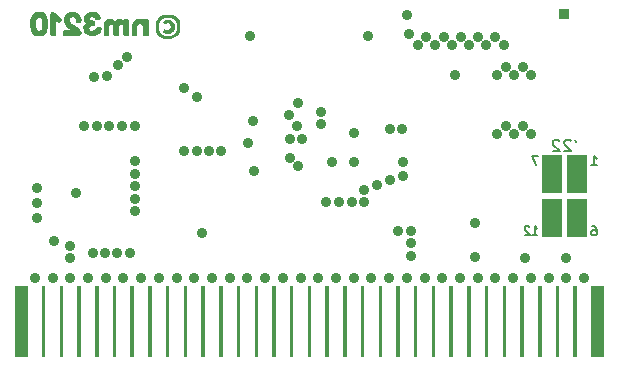
<source format=gbr>
%TF.GenerationSoftware,KiCad,Pcbnew,(6.0.2)*%
%TF.CreationDate,2022-03-12T15:23:27-05:00*%
%TF.ProjectId,MBC5_Short,4d424335-5f53-4686-9f72-742e6b696361,rev?*%
%TF.SameCoordinates,Original*%
%TF.FileFunction,Soldermask,Bot*%
%TF.FilePolarity,Negative*%
%FSLAX46Y46*%
G04 Gerber Fmt 4.6, Leading zero omitted, Abs format (unit mm)*
G04 Created by KiCad (PCBNEW (6.0.2)) date 2022-03-12 15:23:27*
%MOMM*%
%LPD*%
G01*
G04 APERTURE LIST*
%ADD10C,0.100000*%
%ADD11C,0.150000*%
%ADD12C,0.200000*%
%ADD13C,0.901600*%
%ADD14R,1.800000X3.300000*%
G04 APERTURE END LIST*
D10*
%TO.C,GNDPAD*%
X171905000Y-88125000D02*
X171155000Y-88125000D01*
X171155000Y-88125000D02*
X171155000Y-87375000D01*
X171155000Y-87375000D02*
X171905000Y-87375000D01*
X171905000Y-87375000D02*
X171905000Y-88125000D01*
G36*
X171905000Y-88125000D02*
G01*
X171155000Y-88125000D01*
X171155000Y-87375000D01*
X171905000Y-87375000D01*
X171905000Y-88125000D01*
G37*
X171905000Y-88125000D02*
X171155000Y-88125000D01*
X171155000Y-87375000D01*
X171905000Y-87375000D01*
X171905000Y-88125000D01*
%TO.C,J1*%
G36*
X163650000Y-116840000D02*
G01*
X163350000Y-116840000D01*
X163350000Y-110890000D01*
X163650000Y-110890000D01*
X163650000Y-116840000D01*
G37*
G36*
X145650000Y-116840000D02*
G01*
X145350000Y-116840000D01*
X145350000Y-110890000D01*
X145650000Y-110890000D01*
X145650000Y-116840000D01*
G37*
G36*
X142650000Y-116840000D02*
G01*
X142350000Y-116840000D01*
X142350000Y-110890000D01*
X142650000Y-110890000D01*
X142650000Y-116840000D01*
G37*
G36*
X130650000Y-116840000D02*
G01*
X130350000Y-116840000D01*
X130350000Y-110890000D01*
X130650000Y-110890000D01*
X130650000Y-116840000D01*
G37*
G36*
X157650000Y-116840000D02*
G01*
X157350000Y-116840000D01*
X157350000Y-110890000D01*
X157650000Y-110890000D01*
X157650000Y-116840000D01*
G37*
G36*
X135150000Y-116840000D02*
G01*
X134850000Y-116840000D01*
X134850000Y-110890000D01*
X135150000Y-110890000D01*
X135150000Y-116840000D01*
G37*
G36*
X144150000Y-116840000D02*
G01*
X143850000Y-116840000D01*
X143850000Y-110890000D01*
X144150000Y-110890000D01*
X144150000Y-116840000D01*
G37*
G36*
X127650000Y-116840000D02*
G01*
X127350000Y-116840000D01*
X127350000Y-110890000D01*
X127650000Y-110890000D01*
X127650000Y-116840000D01*
G37*
G36*
X133650000Y-116840000D02*
G01*
X133350000Y-116840000D01*
X133350000Y-110890000D01*
X133650000Y-110890000D01*
X133650000Y-116840000D01*
G37*
G36*
X174900000Y-116840000D02*
G01*
X173850000Y-116840000D01*
X173850000Y-110890000D01*
X174900000Y-110890000D01*
X174900000Y-116840000D01*
G37*
G36*
X154650000Y-116840000D02*
G01*
X154350000Y-116840000D01*
X154350000Y-110890000D01*
X154650000Y-110890000D01*
X154650000Y-116840000D01*
G37*
G36*
X166650000Y-116840000D02*
G01*
X166350000Y-116840000D01*
X166350000Y-110890000D01*
X166650000Y-110890000D01*
X166650000Y-116840000D01*
G37*
G36*
X147150000Y-116840000D02*
G01*
X146850000Y-116840000D01*
X146850000Y-110890000D01*
X147150000Y-110890000D01*
X147150000Y-116840000D01*
G37*
G36*
X139650000Y-116840000D02*
G01*
X139350000Y-116840000D01*
X139350000Y-110890000D01*
X139650000Y-110890000D01*
X139650000Y-116840000D01*
G37*
G36*
X159150000Y-116840000D02*
G01*
X158850000Y-116840000D01*
X158850000Y-110890000D01*
X159150000Y-110890000D01*
X159150000Y-116840000D01*
G37*
G36*
X160650000Y-116840000D02*
G01*
X160350000Y-116840000D01*
X160350000Y-110890000D01*
X160650000Y-110890000D01*
X160650000Y-116840000D01*
G37*
G36*
X162150000Y-116840000D02*
G01*
X161850000Y-116840000D01*
X161850000Y-110890000D01*
X162150000Y-110890000D01*
X162150000Y-116840000D01*
G37*
G36*
X172650000Y-116840000D02*
G01*
X172350000Y-116840000D01*
X172350000Y-110890000D01*
X172650000Y-110890000D01*
X172650000Y-116840000D01*
G37*
G36*
X153150000Y-116840000D02*
G01*
X152850000Y-116840000D01*
X152850000Y-110890000D01*
X153150000Y-110890000D01*
X153150000Y-116840000D01*
G37*
G36*
X148650000Y-116840000D02*
G01*
X148350000Y-116840000D01*
X148350000Y-110890000D01*
X148650000Y-110890000D01*
X148650000Y-116840000D01*
G37*
G36*
X132150000Y-116840000D02*
G01*
X131850000Y-116840000D01*
X131850000Y-110890000D01*
X132150000Y-110890000D01*
X132150000Y-116840000D01*
G37*
G36*
X126150000Y-116840000D02*
G01*
X125100000Y-116840000D01*
X125100000Y-110890000D01*
X126150000Y-110890000D01*
X126150000Y-116840000D01*
G37*
G36*
X129150000Y-116840000D02*
G01*
X128850000Y-116840000D01*
X128850000Y-110890000D01*
X129150000Y-110890000D01*
X129150000Y-116840000D01*
G37*
G36*
X150150000Y-116840000D02*
G01*
X149850000Y-116840000D01*
X149850000Y-110890000D01*
X150150000Y-110890000D01*
X150150000Y-116840000D01*
G37*
G36*
X168150000Y-116840000D02*
G01*
X167850000Y-116840000D01*
X167850000Y-110890000D01*
X168150000Y-110890000D01*
X168150000Y-116840000D01*
G37*
G36*
X151650000Y-116840000D02*
G01*
X151350000Y-116840000D01*
X151350000Y-110890000D01*
X151650000Y-110890000D01*
X151650000Y-116840000D01*
G37*
G36*
X136650000Y-116840000D02*
G01*
X136350000Y-116840000D01*
X136350000Y-110890000D01*
X136650000Y-110890000D01*
X136650000Y-116840000D01*
G37*
G36*
X165150000Y-116840000D02*
G01*
X164850000Y-116840000D01*
X164850000Y-110890000D01*
X165150000Y-110890000D01*
X165150000Y-116840000D01*
G37*
G36*
X156150000Y-116840000D02*
G01*
X155850000Y-116840000D01*
X155850000Y-110890000D01*
X156150000Y-110890000D01*
X156150000Y-116840000D01*
G37*
G36*
X171150000Y-116840000D02*
G01*
X170850000Y-116840000D01*
X170850000Y-110890000D01*
X171150000Y-110890000D01*
X171150000Y-116840000D01*
G37*
G36*
X141150000Y-116840000D02*
G01*
X140850000Y-116840000D01*
X140850000Y-110890000D01*
X141150000Y-110890000D01*
X141150000Y-116840000D01*
G37*
G36*
X169650000Y-116840000D02*
G01*
X169350000Y-116840000D01*
X169350000Y-110890000D01*
X169650000Y-110890000D01*
X169650000Y-116840000D01*
G37*
G36*
X138150000Y-116840000D02*
G01*
X137850000Y-116840000D01*
X137850000Y-110890000D01*
X138150000Y-110890000D01*
X138150000Y-116840000D01*
G37*
%TO.C,kibuzzard-622AB1EA*%
G36*
X138259791Y-88341675D02*
G01*
X138455450Y-88479788D01*
X138587609Y-88674256D01*
X138631663Y-88889363D01*
X138610672Y-89072631D01*
X138547701Y-89228735D01*
X138442750Y-89357675D01*
X138235978Y-89487453D01*
X137993488Y-89530713D01*
X137819656Y-89502138D01*
X137653763Y-89416413D01*
X137590262Y-89324337D01*
X137590262Y-89311638D01*
X137650587Y-89175113D01*
X137706150Y-89117963D01*
X137760125Y-89108438D01*
X137861725Y-89154475D01*
X138012538Y-89200512D01*
X138209387Y-89124313D01*
X138298287Y-88914763D01*
X138212563Y-88703625D01*
X138012538Y-88625837D01*
X137809337Y-88702038D01*
X137750600Y-88714738D01*
X137682337Y-88686163D01*
X137587087Y-88502013D01*
X137650587Y-88419463D01*
X137815688Y-88326594D01*
X138025238Y-88295638D01*
X138259791Y-88341675D01*
G37*
G36*
X138031588Y-89943463D02*
G01*
X137743853Y-89924809D01*
X137522000Y-89868850D01*
X137348962Y-89777966D01*
X137207675Y-89654538D01*
X137100916Y-89498566D01*
X137031462Y-89310050D01*
X136993363Y-89108834D01*
X136981494Y-88927463D01*
X137256887Y-88927463D01*
X137279465Y-89181463D01*
X137347199Y-89380429D01*
X137460088Y-89524363D01*
X137598906Y-89607265D01*
X137790993Y-89657007D01*
X138036350Y-89673588D01*
X138282942Y-89654714D01*
X138478733Y-89598093D01*
X138623725Y-89503725D01*
X138723385Y-89362085D01*
X138783181Y-89163647D01*
X138803113Y-88908413D01*
X138780888Y-88651943D01*
X138714213Y-88449801D01*
X138603088Y-88301988D01*
X138461800Y-88215557D01*
X138266537Y-88163699D01*
X138017300Y-88146413D01*
X137767886Y-88166344D01*
X137572094Y-88226140D01*
X137429925Y-88325800D01*
X137333793Y-88472379D01*
X137276114Y-88672933D01*
X137256887Y-88927463D01*
X136981494Y-88927463D01*
X136980663Y-88914763D01*
X136998125Y-88665922D01*
X137050512Y-88449625D01*
X137137825Y-88265872D01*
X137260062Y-88114663D01*
X137398175Y-88010483D01*
X137571212Y-87936069D01*
X137779175Y-87891420D01*
X138022062Y-87876537D01*
X138266637Y-87891916D01*
X138479659Y-87938053D01*
X138661130Y-88014948D01*
X138811050Y-88122600D01*
X138928426Y-88263689D01*
X139012266Y-88440894D01*
X139062570Y-88654214D01*
X139079338Y-88903650D01*
X139061478Y-89154971D01*
X139007900Y-89373947D01*
X138918603Y-89560577D01*
X138793588Y-89714863D01*
X138657856Y-89814875D01*
X138485612Y-89886313D01*
X138276856Y-89929175D01*
X138036350Y-89943185D01*
X138031588Y-89943463D01*
G37*
%TO.C,kibuzzard-622AB126*%
G36*
X131766230Y-87626814D02*
G01*
X131890898Y-87655984D01*
X132074255Y-87742106D01*
X132189547Y-87851842D01*
X132250666Y-87939353D01*
X132314563Y-88128266D01*
X132279836Y-88227584D01*
X132175656Y-88314400D01*
X132022859Y-88364406D01*
X131917291Y-88329680D01*
X131839503Y-88225500D01*
X131822834Y-88192163D01*
X131750603Y-88125488D01*
X131593639Y-88092150D01*
X131439453Y-88144934D01*
X131383891Y-88256059D01*
X131436675Y-88337320D01*
X131595028Y-88364406D01*
X131739491Y-88378297D01*
X131816584Y-88454001D01*
X131842281Y-88608881D01*
X131823529Y-88751260D01*
X131767272Y-88822797D01*
X131695041Y-88850578D01*
X131568636Y-88856134D01*
X131407505Y-88913086D01*
X131339441Y-89045047D01*
X131408894Y-89179786D01*
X131497794Y-89224583D01*
X131625588Y-89239516D01*
X131742269Y-89222847D01*
X131895066Y-89089497D01*
X131978409Y-88945034D01*
X132125650Y-88917253D01*
X132329842Y-88957536D01*
X132397906Y-89078384D01*
X132367347Y-89228403D01*
X132361791Y-89256184D01*
X132331231Y-89328416D01*
X132262473Y-89438846D01*
X132183991Y-89525663D01*
X132023477Y-89633701D01*
X131838268Y-89698524D01*
X131628366Y-89720131D01*
X131416919Y-89698678D01*
X131230785Y-89634318D01*
X131069963Y-89527052D01*
X130946490Y-89386756D01*
X130872407Y-89223310D01*
X130847712Y-89036713D01*
X130870632Y-88895028D01*
X130939391Y-88770013D01*
X131026902Y-88679723D01*
X131108856Y-88619994D01*
X131108856Y-88600547D01*
X130988471Y-88513345D01*
X130916240Y-88396200D01*
X130892162Y-88249114D01*
X130914079Y-88092459D01*
X130979828Y-87946607D01*
X131089409Y-87811559D01*
X131236959Y-87703521D01*
X131416611Y-87638698D01*
X131628366Y-87617091D01*
X131766230Y-87626814D01*
G37*
G36*
X128480750Y-87717103D02*
G01*
X128489084Y-87722659D01*
X128944697Y-88133822D01*
X129044709Y-88297731D01*
X128957198Y-88469975D01*
X128789122Y-88567209D01*
X128594653Y-88481088D01*
X128558538Y-88447750D01*
X128558538Y-89439541D01*
X128554370Y-89540942D01*
X128527978Y-89617341D01*
X128453663Y-89671514D01*
X128314063Y-89689572D01*
X128170989Y-89670820D01*
X128097369Y-89614563D01*
X128070977Y-89540942D01*
X128066809Y-89445097D01*
X128066809Y-87897681D01*
X128080700Y-87750441D01*
X128119594Y-87690711D01*
X128191825Y-87658763D01*
X128323786Y-87644872D01*
X128480750Y-87717103D01*
G37*
G36*
X130169078Y-87642557D02*
G01*
X130349656Y-87718955D01*
X130501836Y-87846286D01*
X130616819Y-88005719D01*
X130685810Y-88178426D01*
X130708806Y-88364406D01*
X130694916Y-88506091D01*
X130619212Y-88585267D01*
X130464331Y-88611659D01*
X130322647Y-88594991D01*
X130247638Y-88544984D01*
X130221245Y-88475531D01*
X130217078Y-88383853D01*
X130217078Y-88367184D01*
X130205966Y-88303288D01*
X130132345Y-88174105D01*
X129978159Y-88108819D01*
X129839253Y-88133822D01*
X129765633Y-88187995D01*
X129722572Y-88263005D01*
X129703125Y-88333847D01*
X129729170Y-88455390D01*
X129807305Y-88569988D01*
X129922250Y-88675209D01*
X130058725Y-88768623D01*
X130205966Y-88856829D01*
X130353206Y-88946423D01*
X130489682Y-89045741D01*
X130604627Y-89163117D01*
X130682761Y-89295425D01*
X130708806Y-89439541D01*
X130636575Y-89614563D01*
X130464331Y-89689572D01*
X129378084Y-89689572D01*
X129205841Y-89656234D01*
X129146111Y-89584003D01*
X129128053Y-89443708D01*
X129144722Y-89302023D01*
X129210008Y-89221458D01*
X129372528Y-89195066D01*
X129880925Y-89195066D01*
X129880925Y-89181175D01*
X129811472Y-89153394D01*
X129639228Y-89059632D01*
X129444759Y-88906141D01*
X129354470Y-88806128D01*
X129278072Y-88678334D01*
X129225982Y-88532483D01*
X129208619Y-88378297D01*
X129231770Y-88187378D01*
X129301223Y-88010967D01*
X129416978Y-87849064D01*
X129569929Y-87720190D01*
X129750970Y-87642865D01*
X129960102Y-87617091D01*
X130169078Y-87642557D01*
G37*
G36*
X136300477Y-88237307D02*
G01*
X136373403Y-88289397D01*
X136399795Y-88360239D01*
X136403963Y-88453306D01*
X136403963Y-89436763D01*
X136399795Y-89532608D01*
X136376181Y-89606228D01*
X136303255Y-89662485D01*
X136162266Y-89681238D01*
X136019887Y-89662485D01*
X135948350Y-89606228D01*
X135921958Y-89535386D01*
X135917791Y-89439541D01*
X135917791Y-88947813D01*
X135849727Y-88772791D01*
X135671927Y-88706116D01*
X135496905Y-88770013D01*
X135431619Y-88947813D01*
X135431619Y-89436763D01*
X135414950Y-89578447D01*
X135342719Y-89655540D01*
X135187144Y-89681238D01*
X135044070Y-89662485D01*
X134970450Y-89606228D01*
X134946836Y-89535386D01*
X134942669Y-89439541D01*
X134942669Y-88950591D01*
X134963196Y-88757202D01*
X135024778Y-88584495D01*
X135127414Y-88432470D01*
X135260918Y-88314400D01*
X135415104Y-88243558D01*
X135589972Y-88219944D01*
X135798331Y-88283841D01*
X135873341Y-88342181D01*
X135923347Y-88397744D01*
X135951128Y-88283841D01*
X136022665Y-88235918D01*
X136159488Y-88219944D01*
X136300477Y-88237307D01*
G37*
G36*
X134098813Y-88266477D02*
G01*
X134242581Y-88414413D01*
X134289809Y-88269950D01*
X134492613Y-88219944D01*
X134619712Y-88238696D01*
X134689859Y-88294953D01*
X134716252Y-88365795D01*
X134720419Y-88461641D01*
X134720419Y-89439541D01*
X134716252Y-89536775D01*
X134692638Y-89609006D01*
X134619712Y-89665263D01*
X134478722Y-89684016D01*
X134337038Y-89665958D01*
X134262028Y-89611784D01*
X134235636Y-89538164D01*
X134231469Y-89442319D01*
X134231469Y-88950591D01*
X134189797Y-88769318D01*
X134064781Y-88708894D01*
X133935598Y-88769318D01*
X133892538Y-88950591D01*
X133892538Y-89436763D01*
X133888370Y-89532608D01*
X133864756Y-89606228D01*
X133791830Y-89664569D01*
X133650841Y-89684016D01*
X133507767Y-89665263D01*
X133434147Y-89609006D01*
X133407755Y-89536775D01*
X133403588Y-89439541D01*
X133403588Y-88953369D01*
X133368861Y-88772791D01*
X133236900Y-88708894D01*
X133107717Y-88769318D01*
X133064656Y-88950591D01*
X133064656Y-89436763D01*
X133060489Y-89532608D01*
X133036875Y-89606228D01*
X132963949Y-89664569D01*
X132822959Y-89684016D01*
X132680580Y-89665263D01*
X132609044Y-89609006D01*
X132582652Y-89535386D01*
X132578484Y-89439541D01*
X132578484Y-88953369D01*
X132595153Y-88715222D01*
X132645159Y-88526772D01*
X132728503Y-88388020D01*
X132896580Y-88259879D01*
X133100772Y-88217166D01*
X133295241Y-88271339D01*
X133432758Y-88371352D01*
X133506378Y-88458863D01*
X133615034Y-88324586D01*
X133755792Y-88244021D01*
X133928653Y-88217166D01*
X134098813Y-88266477D01*
G37*
G36*
X127108356Y-89722909D02*
G01*
X126930904Y-89704852D01*
X126776370Y-89650678D01*
X126648924Y-89568723D01*
X126552731Y-89467322D01*
X126457928Y-89307059D01*
X126390211Y-89120751D01*
X126349581Y-88908398D01*
X126336827Y-88683891D01*
X126827766Y-88683891D01*
X126845650Y-88922115D01*
X126899302Y-89092275D01*
X126988723Y-89194371D01*
X127113912Y-89228403D01*
X127236671Y-89193416D01*
X127324355Y-89088455D01*
X127376966Y-88913520D01*
X127394503Y-88668611D01*
X127376793Y-88423702D01*
X127323661Y-88248767D01*
X127235108Y-88143806D01*
X127111134Y-88108819D01*
X126987161Y-88143719D01*
X126898608Y-88248420D01*
X126845476Y-88422921D01*
X126827766Y-88667222D01*
X126827766Y-88683891D01*
X126336827Y-88683891D01*
X126336038Y-88670000D01*
X126345298Y-88486335D01*
X126373079Y-88309461D01*
X126419381Y-88139378D01*
X126477375Y-87999083D01*
X126551342Y-87878234D01*
X126648577Y-87776138D01*
X126776370Y-87692100D01*
X126931598Y-87635843D01*
X127111134Y-87617091D01*
X127291365Y-87636190D01*
X127448677Y-87693489D01*
X127578207Y-87778916D01*
X127675094Y-87882402D01*
X127751839Y-88016099D01*
X127820945Y-88192163D01*
X127857215Y-88332612D01*
X127878977Y-88490965D01*
X127886231Y-88667222D01*
X127877280Y-88861999D01*
X127850424Y-89042577D01*
X127805666Y-89208956D01*
X127745589Y-89348557D01*
X127670927Y-89467322D01*
X127572998Y-89566987D01*
X127443120Y-89649289D01*
X127286504Y-89704504D01*
X127113912Y-89722335D01*
X127108356Y-89722909D01*
G37*
D11*
%TO.C,PAD\u002A*%
X173871428Y-100646584D02*
X174328571Y-100646584D01*
X174100000Y-100646584D02*
X174100000Y-99846584D01*
X174176190Y-99960870D01*
X174252380Y-100037060D01*
X174328571Y-100075156D01*
D12*
X172504761Y-98468200D02*
X172600000Y-98658677D01*
X172123809Y-98563439D02*
X172076190Y-98515820D01*
X171980952Y-98468200D01*
X171742857Y-98468200D01*
X171647619Y-98515820D01*
X171600000Y-98563439D01*
X171552380Y-98658677D01*
X171552380Y-98753915D01*
X171600000Y-98896772D01*
X172171428Y-99468200D01*
X171552380Y-99468200D01*
X171171428Y-98563439D02*
X171123809Y-98515820D01*
X171028571Y-98468200D01*
X170790476Y-98468200D01*
X170695238Y-98515820D01*
X170647619Y-98563439D01*
X170600000Y-98658677D01*
X170600000Y-98753915D01*
X170647619Y-98896772D01*
X171219047Y-99468200D01*
X170600000Y-99468200D01*
D11*
X168883333Y-106577224D02*
X169283333Y-106577224D01*
X169083333Y-106577224D02*
X169083333Y-105777224D01*
X169150000Y-105891510D01*
X169216666Y-105967700D01*
X169283333Y-106005796D01*
X168616666Y-105853415D02*
X168583333Y-105815320D01*
X168516666Y-105777224D01*
X168350000Y-105777224D01*
X168283333Y-105815320D01*
X168250000Y-105853415D01*
X168216666Y-105929605D01*
X168216666Y-106005796D01*
X168250000Y-106120081D01*
X168650000Y-106577224D01*
X168216666Y-106577224D01*
X169366666Y-99846584D02*
X168833333Y-99846584D01*
X169176190Y-100646584D01*
X173947619Y-105777224D02*
X174100000Y-105777224D01*
X174176190Y-105815320D01*
X174214285Y-105853415D01*
X174290476Y-105967700D01*
X174328571Y-106120081D01*
X174328571Y-106424843D01*
X174290476Y-106501034D01*
X174252380Y-106539129D01*
X174176190Y-106577224D01*
X174023809Y-106577224D01*
X173947619Y-106539129D01*
X173909523Y-106501034D01*
X173871428Y-106424843D01*
X173871428Y-106234367D01*
X173909523Y-106158177D01*
X173947619Y-106120081D01*
X174023809Y-106081986D01*
X174176190Y-106081986D01*
X174252380Y-106120081D01*
X174290476Y-106158177D01*
X174328571Y-106234367D01*
X173871428Y-100646584D02*
X174328571Y-100646584D01*
X174100000Y-100646584D02*
X174100000Y-99846584D01*
X174176190Y-99960870D01*
X174252380Y-100037060D01*
X174328571Y-100075156D01*
D12*
X172504761Y-98468200D02*
X172600000Y-98658677D01*
X172123809Y-98563439D02*
X172076190Y-98515820D01*
X171980952Y-98468200D01*
X171742857Y-98468200D01*
X171647619Y-98515820D01*
X171600000Y-98563439D01*
X171552380Y-98658677D01*
X171552380Y-98753915D01*
X171600000Y-98896772D01*
X172171428Y-99468200D01*
X171552380Y-99468200D01*
X171171428Y-98563439D02*
X171123809Y-98515820D01*
X171028571Y-98468200D01*
X170790476Y-98468200D01*
X170695238Y-98515820D01*
X170647619Y-98563439D01*
X170600000Y-98658677D01*
X170600000Y-98753915D01*
X170647619Y-98896772D01*
X171219047Y-99468200D01*
X170600000Y-99468200D01*
D11*
X168883333Y-106577224D02*
X169283333Y-106577224D01*
X169083333Y-106577224D02*
X169083333Y-105777224D01*
X169150000Y-105891510D01*
X169216666Y-105967700D01*
X169283333Y-106005796D01*
X168616666Y-105853415D02*
X168583333Y-105815320D01*
X168516666Y-105777224D01*
X168350000Y-105777224D01*
X168283333Y-105815320D01*
X168250000Y-105853415D01*
X168216666Y-105929605D01*
X168216666Y-106005796D01*
X168250000Y-106120081D01*
X168650000Y-106577224D01*
X168216666Y-106577224D01*
X169366666Y-99846584D02*
X168833333Y-99846584D01*
X169176190Y-100646584D01*
X173947619Y-105777224D02*
X174100000Y-105777224D01*
X174176190Y-105815320D01*
X174214285Y-105853415D01*
X174290476Y-105967700D01*
X174328571Y-106120081D01*
X174328571Y-106424843D01*
X174290476Y-106501034D01*
X174252380Y-106539129D01*
X174176190Y-106577224D01*
X174023809Y-106577224D01*
X173947619Y-106539129D01*
X173909523Y-106501034D01*
X173871428Y-106424843D01*
X173871428Y-106234367D01*
X173909523Y-106158177D01*
X173947619Y-106120081D01*
X174023809Y-106081986D01*
X174176190Y-106081986D01*
X174252380Y-106120081D01*
X174290476Y-106158177D01*
X174328571Y-106234367D01*
D10*
%TO.C,GNDPAD*%
X171905000Y-88125000D02*
X171155000Y-88125000D01*
X171155000Y-88125000D02*
X171155000Y-87375000D01*
X171155000Y-87375000D02*
X171905000Y-87375000D01*
X171905000Y-87375000D02*
X171905000Y-88125000D01*
G36*
X171905000Y-88125000D02*
G01*
X171155000Y-88125000D01*
X171155000Y-87375000D01*
X171905000Y-87375000D01*
X171905000Y-88125000D01*
G37*
X171905000Y-88125000D02*
X171155000Y-88125000D01*
X171155000Y-87375000D01*
X171905000Y-87375000D01*
X171905000Y-88125000D01*
%TO.C,J1*%
G36*
X163650000Y-116840000D02*
G01*
X163350000Y-116840000D01*
X163350000Y-110890000D01*
X163650000Y-110890000D01*
X163650000Y-116840000D01*
G37*
G36*
X145650000Y-116840000D02*
G01*
X145350000Y-116840000D01*
X145350000Y-110890000D01*
X145650000Y-110890000D01*
X145650000Y-116840000D01*
G37*
G36*
X142650000Y-116840000D02*
G01*
X142350000Y-116840000D01*
X142350000Y-110890000D01*
X142650000Y-110890000D01*
X142650000Y-116840000D01*
G37*
G36*
X130650000Y-116840000D02*
G01*
X130350000Y-116840000D01*
X130350000Y-110890000D01*
X130650000Y-110890000D01*
X130650000Y-116840000D01*
G37*
G36*
X157650000Y-116840000D02*
G01*
X157350000Y-116840000D01*
X157350000Y-110890000D01*
X157650000Y-110890000D01*
X157650000Y-116840000D01*
G37*
G36*
X135150000Y-116840000D02*
G01*
X134850000Y-116840000D01*
X134850000Y-110890000D01*
X135150000Y-110890000D01*
X135150000Y-116840000D01*
G37*
G36*
X144150000Y-116840000D02*
G01*
X143850000Y-116840000D01*
X143850000Y-110890000D01*
X144150000Y-110890000D01*
X144150000Y-116840000D01*
G37*
G36*
X127650000Y-116840000D02*
G01*
X127350000Y-116840000D01*
X127350000Y-110890000D01*
X127650000Y-110890000D01*
X127650000Y-116840000D01*
G37*
G36*
X133650000Y-116840000D02*
G01*
X133350000Y-116840000D01*
X133350000Y-110890000D01*
X133650000Y-110890000D01*
X133650000Y-116840000D01*
G37*
G36*
X174900000Y-116840000D02*
G01*
X173850000Y-116840000D01*
X173850000Y-110890000D01*
X174900000Y-110890000D01*
X174900000Y-116840000D01*
G37*
G36*
X154650000Y-116840000D02*
G01*
X154350000Y-116840000D01*
X154350000Y-110890000D01*
X154650000Y-110890000D01*
X154650000Y-116840000D01*
G37*
G36*
X166650000Y-116840000D02*
G01*
X166350000Y-116840000D01*
X166350000Y-110890000D01*
X166650000Y-110890000D01*
X166650000Y-116840000D01*
G37*
G36*
X147150000Y-116840000D02*
G01*
X146850000Y-116840000D01*
X146850000Y-110890000D01*
X147150000Y-110890000D01*
X147150000Y-116840000D01*
G37*
G36*
X139650000Y-116840000D02*
G01*
X139350000Y-116840000D01*
X139350000Y-110890000D01*
X139650000Y-110890000D01*
X139650000Y-116840000D01*
G37*
G36*
X159150000Y-116840000D02*
G01*
X158850000Y-116840000D01*
X158850000Y-110890000D01*
X159150000Y-110890000D01*
X159150000Y-116840000D01*
G37*
G36*
X160650000Y-116840000D02*
G01*
X160350000Y-116840000D01*
X160350000Y-110890000D01*
X160650000Y-110890000D01*
X160650000Y-116840000D01*
G37*
G36*
X162150000Y-116840000D02*
G01*
X161850000Y-116840000D01*
X161850000Y-110890000D01*
X162150000Y-110890000D01*
X162150000Y-116840000D01*
G37*
G36*
X172650000Y-116840000D02*
G01*
X172350000Y-116840000D01*
X172350000Y-110890000D01*
X172650000Y-110890000D01*
X172650000Y-116840000D01*
G37*
G36*
X153150000Y-116840000D02*
G01*
X152850000Y-116840000D01*
X152850000Y-110890000D01*
X153150000Y-110890000D01*
X153150000Y-116840000D01*
G37*
G36*
X148650000Y-116840000D02*
G01*
X148350000Y-116840000D01*
X148350000Y-110890000D01*
X148650000Y-110890000D01*
X148650000Y-116840000D01*
G37*
G36*
X132150000Y-116840000D02*
G01*
X131850000Y-116840000D01*
X131850000Y-110890000D01*
X132150000Y-110890000D01*
X132150000Y-116840000D01*
G37*
G36*
X126150000Y-116840000D02*
G01*
X125100000Y-116840000D01*
X125100000Y-110890000D01*
X126150000Y-110890000D01*
X126150000Y-116840000D01*
G37*
G36*
X129150000Y-116840000D02*
G01*
X128850000Y-116840000D01*
X128850000Y-110890000D01*
X129150000Y-110890000D01*
X129150000Y-116840000D01*
G37*
G36*
X150150000Y-116840000D02*
G01*
X149850000Y-116840000D01*
X149850000Y-110890000D01*
X150150000Y-110890000D01*
X150150000Y-116840000D01*
G37*
G36*
X168150000Y-116840000D02*
G01*
X167850000Y-116840000D01*
X167850000Y-110890000D01*
X168150000Y-110890000D01*
X168150000Y-116840000D01*
G37*
G36*
X151650000Y-116840000D02*
G01*
X151350000Y-116840000D01*
X151350000Y-110890000D01*
X151650000Y-110890000D01*
X151650000Y-116840000D01*
G37*
G36*
X136650000Y-116840000D02*
G01*
X136350000Y-116840000D01*
X136350000Y-110890000D01*
X136650000Y-110890000D01*
X136650000Y-116840000D01*
G37*
G36*
X165150000Y-116840000D02*
G01*
X164850000Y-116840000D01*
X164850000Y-110890000D01*
X165150000Y-110890000D01*
X165150000Y-116840000D01*
G37*
G36*
X156150000Y-116840000D02*
G01*
X155850000Y-116840000D01*
X155850000Y-110890000D01*
X156150000Y-110890000D01*
X156150000Y-116840000D01*
G37*
G36*
X171150000Y-116840000D02*
G01*
X170850000Y-116840000D01*
X170850000Y-110890000D01*
X171150000Y-110890000D01*
X171150000Y-116840000D01*
G37*
G36*
X141150000Y-116840000D02*
G01*
X140850000Y-116840000D01*
X140850000Y-110890000D01*
X141150000Y-110890000D01*
X141150000Y-116840000D01*
G37*
G36*
X169650000Y-116840000D02*
G01*
X169350000Y-116840000D01*
X169350000Y-110890000D01*
X169650000Y-110890000D01*
X169650000Y-116840000D01*
G37*
G36*
X138150000Y-116840000D02*
G01*
X137850000Y-116840000D01*
X137850000Y-110890000D01*
X138150000Y-110890000D01*
X138150000Y-116840000D01*
G37*
%TO.C,kibuzzard-622AB1EA*%
G36*
X138259791Y-88341675D02*
G01*
X138455450Y-88479788D01*
X138587609Y-88674256D01*
X138631663Y-88889363D01*
X138610672Y-89072631D01*
X138547701Y-89228735D01*
X138442750Y-89357675D01*
X138235978Y-89487453D01*
X137993488Y-89530713D01*
X137819656Y-89502138D01*
X137653763Y-89416413D01*
X137590262Y-89324337D01*
X137590262Y-89311638D01*
X137650587Y-89175113D01*
X137706150Y-89117963D01*
X137760125Y-89108438D01*
X137861725Y-89154475D01*
X138012538Y-89200512D01*
X138209387Y-89124313D01*
X138298287Y-88914763D01*
X138212563Y-88703625D01*
X138012538Y-88625837D01*
X137809337Y-88702038D01*
X137750600Y-88714738D01*
X137682337Y-88686163D01*
X137587087Y-88502013D01*
X137650587Y-88419463D01*
X137815688Y-88326594D01*
X138025238Y-88295638D01*
X138259791Y-88341675D01*
G37*
G36*
X138031588Y-89943463D02*
G01*
X137743853Y-89924809D01*
X137522000Y-89868850D01*
X137348962Y-89777966D01*
X137207675Y-89654538D01*
X137100916Y-89498566D01*
X137031462Y-89310050D01*
X136993363Y-89108834D01*
X136981494Y-88927463D01*
X137256887Y-88927463D01*
X137279465Y-89181463D01*
X137347199Y-89380429D01*
X137460088Y-89524363D01*
X137598906Y-89607265D01*
X137790993Y-89657007D01*
X138036350Y-89673588D01*
X138282942Y-89654714D01*
X138478733Y-89598093D01*
X138623725Y-89503725D01*
X138723385Y-89362085D01*
X138783181Y-89163647D01*
X138803113Y-88908413D01*
X138780888Y-88651943D01*
X138714213Y-88449801D01*
X138603088Y-88301988D01*
X138461800Y-88215557D01*
X138266537Y-88163699D01*
X138017300Y-88146413D01*
X137767886Y-88166344D01*
X137572094Y-88226140D01*
X137429925Y-88325800D01*
X137333793Y-88472379D01*
X137276114Y-88672933D01*
X137256887Y-88927463D01*
X136981494Y-88927463D01*
X136980663Y-88914763D01*
X136998125Y-88665922D01*
X137050512Y-88449625D01*
X137137825Y-88265872D01*
X137260062Y-88114663D01*
X137398175Y-88010483D01*
X137571212Y-87936069D01*
X137779175Y-87891420D01*
X138022062Y-87876537D01*
X138266637Y-87891916D01*
X138479659Y-87938053D01*
X138661130Y-88014948D01*
X138811050Y-88122600D01*
X138928426Y-88263689D01*
X139012266Y-88440894D01*
X139062570Y-88654214D01*
X139079338Y-88903650D01*
X139061478Y-89154971D01*
X139007900Y-89373947D01*
X138918603Y-89560577D01*
X138793588Y-89714863D01*
X138657856Y-89814875D01*
X138485612Y-89886313D01*
X138276856Y-89929175D01*
X138036350Y-89943185D01*
X138031588Y-89943463D01*
G37*
%TO.C,kibuzzard-622AB126*%
G36*
X131766230Y-87626814D02*
G01*
X131890898Y-87655984D01*
X132074255Y-87742106D01*
X132189547Y-87851842D01*
X132250666Y-87939353D01*
X132314563Y-88128266D01*
X132279836Y-88227584D01*
X132175656Y-88314400D01*
X132022859Y-88364406D01*
X131917291Y-88329680D01*
X131839503Y-88225500D01*
X131822834Y-88192163D01*
X131750603Y-88125488D01*
X131593639Y-88092150D01*
X131439453Y-88144934D01*
X131383891Y-88256059D01*
X131436675Y-88337320D01*
X131595028Y-88364406D01*
X131739491Y-88378297D01*
X131816584Y-88454001D01*
X131842281Y-88608881D01*
X131823529Y-88751260D01*
X131767272Y-88822797D01*
X131695041Y-88850578D01*
X131568636Y-88856134D01*
X131407505Y-88913086D01*
X131339441Y-89045047D01*
X131408894Y-89179786D01*
X131497794Y-89224583D01*
X131625588Y-89239516D01*
X131742269Y-89222847D01*
X131895066Y-89089497D01*
X131978409Y-88945034D01*
X132125650Y-88917253D01*
X132329842Y-88957536D01*
X132397906Y-89078384D01*
X132367347Y-89228403D01*
X132361791Y-89256184D01*
X132331231Y-89328416D01*
X132262473Y-89438846D01*
X132183991Y-89525663D01*
X132023477Y-89633701D01*
X131838268Y-89698524D01*
X131628366Y-89720131D01*
X131416919Y-89698678D01*
X131230785Y-89634318D01*
X131069963Y-89527052D01*
X130946490Y-89386756D01*
X130872407Y-89223310D01*
X130847712Y-89036713D01*
X130870632Y-88895028D01*
X130939391Y-88770013D01*
X131026902Y-88679723D01*
X131108856Y-88619994D01*
X131108856Y-88600547D01*
X130988471Y-88513345D01*
X130916240Y-88396200D01*
X130892162Y-88249114D01*
X130914079Y-88092459D01*
X130979828Y-87946607D01*
X131089409Y-87811559D01*
X131236959Y-87703521D01*
X131416611Y-87638698D01*
X131628366Y-87617091D01*
X131766230Y-87626814D01*
G37*
G36*
X128480750Y-87717103D02*
G01*
X128489084Y-87722659D01*
X128944697Y-88133822D01*
X129044709Y-88297731D01*
X128957198Y-88469975D01*
X128789122Y-88567209D01*
X128594653Y-88481088D01*
X128558538Y-88447750D01*
X128558538Y-89439541D01*
X128554370Y-89540942D01*
X128527978Y-89617341D01*
X128453663Y-89671514D01*
X128314063Y-89689572D01*
X128170989Y-89670820D01*
X128097369Y-89614563D01*
X128070977Y-89540942D01*
X128066809Y-89445097D01*
X128066809Y-87897681D01*
X128080700Y-87750441D01*
X128119594Y-87690711D01*
X128191825Y-87658763D01*
X128323786Y-87644872D01*
X128480750Y-87717103D01*
G37*
G36*
X130169078Y-87642557D02*
G01*
X130349656Y-87718955D01*
X130501836Y-87846286D01*
X130616819Y-88005719D01*
X130685810Y-88178426D01*
X130708806Y-88364406D01*
X130694916Y-88506091D01*
X130619212Y-88585267D01*
X130464331Y-88611659D01*
X130322647Y-88594991D01*
X130247638Y-88544984D01*
X130221245Y-88475531D01*
X130217078Y-88383853D01*
X130217078Y-88367184D01*
X130205966Y-88303288D01*
X130132345Y-88174105D01*
X129978159Y-88108819D01*
X129839253Y-88133822D01*
X129765633Y-88187995D01*
X129722572Y-88263005D01*
X129703125Y-88333847D01*
X129729170Y-88455390D01*
X129807305Y-88569988D01*
X129922250Y-88675209D01*
X130058725Y-88768623D01*
X130205966Y-88856829D01*
X130353206Y-88946423D01*
X130489682Y-89045741D01*
X130604627Y-89163117D01*
X130682761Y-89295425D01*
X130708806Y-89439541D01*
X130636575Y-89614563D01*
X130464331Y-89689572D01*
X129378084Y-89689572D01*
X129205841Y-89656234D01*
X129146111Y-89584003D01*
X129128053Y-89443708D01*
X129144722Y-89302023D01*
X129210008Y-89221458D01*
X129372528Y-89195066D01*
X129880925Y-89195066D01*
X129880925Y-89181175D01*
X129811472Y-89153394D01*
X129639228Y-89059632D01*
X129444759Y-88906141D01*
X129354470Y-88806128D01*
X129278072Y-88678334D01*
X129225982Y-88532483D01*
X129208619Y-88378297D01*
X129231770Y-88187378D01*
X129301223Y-88010967D01*
X129416978Y-87849064D01*
X129569929Y-87720190D01*
X129750970Y-87642865D01*
X129960102Y-87617091D01*
X130169078Y-87642557D01*
G37*
G36*
X136300477Y-88237307D02*
G01*
X136373403Y-88289397D01*
X136399795Y-88360239D01*
X136403963Y-88453306D01*
X136403963Y-89436763D01*
X136399795Y-89532608D01*
X136376181Y-89606228D01*
X136303255Y-89662485D01*
X136162266Y-89681238D01*
X136019887Y-89662485D01*
X135948350Y-89606228D01*
X135921958Y-89535386D01*
X135917791Y-89439541D01*
X135917791Y-88947813D01*
X135849727Y-88772791D01*
X135671927Y-88706116D01*
X135496905Y-88770013D01*
X135431619Y-88947813D01*
X135431619Y-89436763D01*
X135414950Y-89578447D01*
X135342719Y-89655540D01*
X135187144Y-89681238D01*
X135044070Y-89662485D01*
X134970450Y-89606228D01*
X134946836Y-89535386D01*
X134942669Y-89439541D01*
X134942669Y-88950591D01*
X134963196Y-88757202D01*
X135024778Y-88584495D01*
X135127414Y-88432470D01*
X135260918Y-88314400D01*
X135415104Y-88243558D01*
X135589972Y-88219944D01*
X135798331Y-88283841D01*
X135873341Y-88342181D01*
X135923347Y-88397744D01*
X135951128Y-88283841D01*
X136022665Y-88235918D01*
X136159488Y-88219944D01*
X136300477Y-88237307D01*
G37*
G36*
X134098813Y-88266477D02*
G01*
X134242581Y-88414413D01*
X134289809Y-88269950D01*
X134492613Y-88219944D01*
X134619712Y-88238696D01*
X134689859Y-88294953D01*
X134716252Y-88365795D01*
X134720419Y-88461641D01*
X134720419Y-89439541D01*
X134716252Y-89536775D01*
X134692638Y-89609006D01*
X134619712Y-89665263D01*
X134478722Y-89684016D01*
X134337038Y-89665958D01*
X134262028Y-89611784D01*
X134235636Y-89538164D01*
X134231469Y-89442319D01*
X134231469Y-88950591D01*
X134189797Y-88769318D01*
X134064781Y-88708894D01*
X133935598Y-88769318D01*
X133892538Y-88950591D01*
X133892538Y-89436763D01*
X133888370Y-89532608D01*
X133864756Y-89606228D01*
X133791830Y-89664569D01*
X133650841Y-89684016D01*
X133507767Y-89665263D01*
X133434147Y-89609006D01*
X133407755Y-89536775D01*
X133403588Y-89439541D01*
X133403588Y-88953369D01*
X133368861Y-88772791D01*
X133236900Y-88708894D01*
X133107717Y-88769318D01*
X133064656Y-88950591D01*
X133064656Y-89436763D01*
X133060489Y-89532608D01*
X133036875Y-89606228D01*
X132963949Y-89664569D01*
X132822959Y-89684016D01*
X132680580Y-89665263D01*
X132609044Y-89609006D01*
X132582652Y-89535386D01*
X132578484Y-89439541D01*
X132578484Y-88953369D01*
X132595153Y-88715222D01*
X132645159Y-88526772D01*
X132728503Y-88388020D01*
X132896580Y-88259879D01*
X133100772Y-88217166D01*
X133295241Y-88271339D01*
X133432758Y-88371352D01*
X133506378Y-88458863D01*
X133615034Y-88324586D01*
X133755792Y-88244021D01*
X133928653Y-88217166D01*
X134098813Y-88266477D01*
G37*
G36*
X127108356Y-89722909D02*
G01*
X126930904Y-89704852D01*
X126776370Y-89650678D01*
X126648924Y-89568723D01*
X126552731Y-89467322D01*
X126457928Y-89307059D01*
X126390211Y-89120751D01*
X126349581Y-88908398D01*
X126336827Y-88683891D01*
X126827766Y-88683891D01*
X126845650Y-88922115D01*
X126899302Y-89092275D01*
X126988723Y-89194371D01*
X127113912Y-89228403D01*
X127236671Y-89193416D01*
X127324355Y-89088455D01*
X127376966Y-88913520D01*
X127394503Y-88668611D01*
X127376793Y-88423702D01*
X127323661Y-88248767D01*
X127235108Y-88143806D01*
X127111134Y-88108819D01*
X126987161Y-88143719D01*
X126898608Y-88248420D01*
X126845476Y-88422921D01*
X126827766Y-88667222D01*
X126827766Y-88683891D01*
X126336827Y-88683891D01*
X126336038Y-88670000D01*
X126345298Y-88486335D01*
X126373079Y-88309461D01*
X126419381Y-88139378D01*
X126477375Y-87999083D01*
X126551342Y-87878234D01*
X126648577Y-87776138D01*
X126776370Y-87692100D01*
X126931598Y-87635843D01*
X127111134Y-87617091D01*
X127291365Y-87636190D01*
X127448677Y-87693489D01*
X127578207Y-87778916D01*
X127675094Y-87882402D01*
X127751839Y-88016099D01*
X127820945Y-88192163D01*
X127857215Y-88332612D01*
X127878977Y-88490965D01*
X127886231Y-88667222D01*
X127877280Y-88861999D01*
X127850424Y-89042577D01*
X127805666Y-89208956D01*
X127745589Y-89348557D01*
X127670927Y-89467322D01*
X127572998Y-89566987D01*
X127443120Y-89649289D01*
X127286504Y-89704504D01*
X127113912Y-89722335D01*
X127108356Y-89722909D01*
G37*
%TD*%
D13*
%TO.C,J1*%
X126750000Y-110190000D03*
X128250000Y-110190000D03*
X129750000Y-110190000D03*
X131250000Y-110190000D03*
X132750000Y-110190000D03*
X134250000Y-110190000D03*
X135750000Y-110190000D03*
X137250000Y-110190000D03*
X138750000Y-110190000D03*
X140250000Y-110190000D03*
X141750000Y-110190000D03*
X143250000Y-110190000D03*
X144750000Y-110190000D03*
X146250000Y-110190000D03*
X147750000Y-110190000D03*
X149250000Y-110190000D03*
X150750000Y-110190000D03*
X152250000Y-110190000D03*
X153750000Y-110190000D03*
X155250000Y-110190000D03*
X156750000Y-110190000D03*
X158250000Y-110190000D03*
X159750000Y-110190000D03*
X161250000Y-110190000D03*
X162750000Y-110190000D03*
X164250000Y-110190000D03*
X165750000Y-110190000D03*
X167250000Y-110190000D03*
X168750000Y-110190000D03*
X170250000Y-110190000D03*
X171750000Y-110190000D03*
X173250000Y-110190000D03*
%TD*%
D14*
%TO.C,PAD\u002A*%
X170550000Y-101400000D03*
X172650000Y-105100000D03*
X170550000Y-105100000D03*
X172650000Y-101400000D03*
%TD*%
D13*
X155000000Y-89690000D03*
X164000000Y-105490000D03*
X158260000Y-87950000D03*
X128350000Y-107010000D03*
X149000000Y-95330000D03*
X145000000Y-89690000D03*
X148930000Y-97350000D03*
X164000000Y-108440000D03*
X162320000Y-92970000D03*
X168793500Y-98021061D03*
X168793500Y-93021061D03*
X168069000Y-97330000D03*
X168069000Y-92330000D03*
X167344500Y-93020815D03*
X167344500Y-98020815D03*
X166620000Y-92328439D03*
X166620000Y-97328439D03*
X165890000Y-93020000D03*
X165890000Y-98020000D03*
X149048036Y-100733460D03*
X166450000Y-90440000D03*
X131751825Y-93171825D03*
X145280000Y-101100000D03*
X165720000Y-89750000D03*
X164990000Y-90440000D03*
X149410000Y-98410000D03*
X164264500Y-89750000D03*
X153800000Y-97876460D03*
X142520000Y-99400000D03*
X163540000Y-90440000D03*
X141490000Y-99400000D03*
X162806118Y-89750000D03*
X162081618Y-90441536D03*
X140460000Y-94850000D03*
X140460000Y-99400000D03*
X139410000Y-94073060D03*
X139420000Y-99400000D03*
X161356536Y-89753596D03*
X134090000Y-97340000D03*
X160630000Y-90440000D03*
X133040000Y-97340000D03*
X159899000Y-89750000D03*
X159174500Y-90440000D03*
X132010000Y-97340000D03*
X130950000Y-97340000D03*
X158450000Y-89520000D03*
X158600000Y-107250000D03*
X134790000Y-108050480D03*
X133750000Y-108050000D03*
X158600000Y-108300000D03*
X158600000Y-106190000D03*
X132710000Y-108050000D03*
X157530000Y-106190000D03*
X131652535Y-108050000D03*
X151400000Y-103750000D03*
X126930000Y-102548963D03*
X152480000Y-103750000D03*
X126930000Y-103825988D03*
X153570000Y-103752420D03*
X126930000Y-105100000D03*
X140920000Y-106347211D03*
X154640000Y-103750000D03*
X154649500Y-102719989D03*
X135200000Y-104480000D03*
X135200000Y-103450000D03*
X155720000Y-102310000D03*
X135200000Y-102410000D03*
X156790000Y-101920000D03*
X135200000Y-101350000D03*
X157890000Y-101504820D03*
X135204555Y-100274555D03*
X151917299Y-100345500D03*
X150980000Y-96100000D03*
X157839503Y-97546940D03*
X150990520Y-97140000D03*
X156840000Y-97546940D03*
X132884124Y-93064124D03*
X148380000Y-98400000D03*
X144812701Y-98707299D03*
X145260000Y-96860000D03*
X129754004Y-108450000D03*
X134512796Y-91435450D03*
X148380000Y-99990000D03*
X130215020Y-103000000D03*
X148310000Y-96380000D03*
X129760000Y-107430000D03*
X157890000Y-100350000D03*
X153780000Y-100350000D03*
X135210000Y-97340000D03*
X133784124Y-92164124D03*
X168250000Y-108450000D03*
X171750000Y-108450000D03*
M02*

</source>
